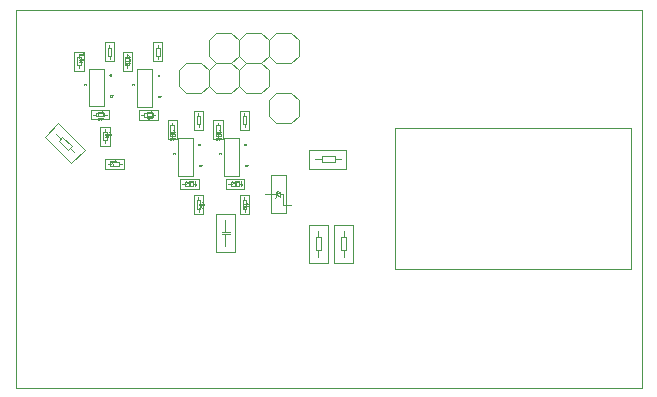
<source format=gbr>
%FSLAX34Y34*%
%MOMM*%
%LNCOPPER_BOTTOM*%
G71*
G01*
%ADD10C, 0.00*%
%ADD11C, 0.00*%
%ADD12C, 0.01*%
%ADD13C, 0.03*%
%ADD14C, 0.06*%
%LPD*%
G54D10*
X0Y0D02*
X530000Y0D01*
X530000Y-320000D01*
X0Y-320000D01*
X0Y0D01*
G54D11*
X321072Y-100012D02*
X521097Y-100012D01*
X521097Y-219869D01*
X321072Y-219869D01*
X321072Y-100012D01*
G54D11*
X239712Y-38944D02*
X233412Y-45244D01*
X220613Y-45244D01*
X214312Y-38944D01*
X214313Y-26144D01*
X220612Y-19844D01*
X233412Y-19844D01*
X239713Y-26144D01*
X239712Y-38944D01*
G54D11*
X214312Y-38944D02*
X208012Y-45244D01*
X195213Y-45244D01*
X188912Y-38944D01*
X188913Y-26144D01*
X195212Y-19844D01*
X208012Y-19844D01*
X214313Y-26144D01*
X214312Y-38944D01*
G54D11*
X188912Y-38944D02*
X182612Y-45244D01*
X169813Y-45244D01*
X163512Y-38944D01*
X163513Y-26144D01*
X169812Y-19844D01*
X182612Y-19844D01*
X188913Y-26144D01*
X188912Y-38944D01*
G54D11*
X214312Y-64344D02*
X208012Y-70644D01*
X195213Y-70644D01*
X188912Y-64344D01*
X188913Y-51544D01*
X195212Y-45244D01*
X208012Y-45244D01*
X214313Y-51544D01*
X214312Y-64344D01*
G54D11*
X188912Y-64344D02*
X182612Y-70644D01*
X169813Y-70644D01*
X163512Y-64344D01*
X163513Y-51544D01*
X169812Y-45244D01*
X182612Y-45244D01*
X188913Y-51544D01*
X188912Y-64344D01*
G54D11*
X163512Y-64344D02*
X157212Y-70644D01*
X144413Y-70644D01*
X138112Y-64344D01*
X138113Y-51544D01*
X144412Y-45244D01*
X157212Y-45244D01*
X163513Y-51544D01*
X163512Y-64344D01*
G54D11*
X239712Y-89744D02*
X233412Y-96044D01*
X220613Y-96044D01*
X214312Y-89744D01*
X214313Y-76944D01*
X220612Y-70644D01*
X233412Y-70644D01*
X239713Y-76944D01*
X239712Y-89744D01*
G54D11*
X228662Y-140444D02*
X215962Y-140444D01*
X215962Y-172244D01*
X228662Y-172244D01*
X228662Y-140444D01*
G54D11*
X211162Y-156344D02*
X220694Y-156369D01*
G54D11*
X220694Y-158369D02*
X220694Y-154369D01*
G54D11*
X220694Y-154369D02*
X221694Y-153369D01*
G54D11*
X220694Y-158369D02*
X219694Y-159369D01*
G54D11*
X220694Y-156369D02*
X223694Y-158369D01*
X223694Y-154369D01*
X220694Y-156369D01*
G54D11*
X233362Y-165844D02*
X226694Y-165869D01*
X226694Y-156369D01*
X223694Y-156369D01*
G54D12*
X150081Y-108694D02*
X137381Y-108694D01*
X137381Y-140494D01*
X150081Y-140494D01*
X150081Y-108694D01*
G54D13*
X154948Y-114706D02*
X154781Y-114386D01*
X154781Y-113986D01*
X154948Y-113586D01*
X155281Y-113506D01*
X155848Y-113506D01*
X156181Y-113706D01*
X156281Y-114106D01*
X156181Y-114506D01*
X155948Y-114706D01*
X155615Y-114706D01*
X155615Y-113506D01*
G54D13*
X134750Y-122444D02*
X134850Y-122044D01*
X134750Y-121644D01*
X134417Y-121444D01*
X133750Y-121444D01*
X133417Y-121644D01*
X133350Y-122044D01*
X133417Y-122444D01*
G54D13*
X155178Y-131366D02*
X157845Y-131366D01*
G54D13*
X156245Y-131366D02*
X156578Y-131566D01*
X156678Y-131966D01*
X156578Y-132366D01*
X156245Y-132566D01*
X155578Y-132566D01*
X155245Y-132366D01*
X155178Y-131966D01*
X155245Y-131566D01*
X155578Y-131366D01*
G54D14*
X133482Y-101836D02*
X135149Y-103502D01*
X130705Y-103502D01*
G54D14*
X134316Y-107391D02*
X131538Y-107391D01*
X130982Y-107058D01*
X130705Y-106391D01*
X130705Y-105724D01*
X130982Y-105058D01*
X131538Y-104725D01*
X134316Y-104725D01*
X134871Y-105058D01*
X135149Y-105724D01*
X135149Y-106391D01*
X134871Y-107058D01*
X134316Y-107391D01*
G54D14*
X130705Y-108614D02*
X135149Y-108614D01*
G54D14*
X132371Y-109614D02*
X130705Y-110614D01*
G54D14*
X131816Y-108614D02*
X133205Y-110614D01*
G54D12*
X136580Y-93631D02*
X136581Y-109643D01*
X128568Y-109643D01*
X128568Y-93631D01*
X136580Y-93631D01*
G54D12*
X132580Y-95631D02*
X132580Y-98031D01*
X134180Y-98031D01*
X134180Y-105131D01*
X130980Y-105131D01*
X130980Y-98031D01*
X132580Y-98031D01*
G54D12*
X132680Y-105131D02*
X132680Y-107531D01*
G54D12*
X154838Y-151638D02*
X138826Y-151639D01*
X138826Y-143626D01*
X154838Y-143626D01*
X154838Y-151638D01*
G54D12*
X152837Y-147638D02*
X150437Y-147638D01*
X150437Y-149238D01*
X143337Y-149238D01*
X143337Y-146038D01*
X150437Y-146038D01*
X150437Y-147638D01*
G54D12*
X143338Y-147738D02*
X140937Y-147738D01*
G54D14*
X153192Y-147957D02*
X151525Y-149624D01*
X151525Y-145180D01*
G54D14*
X147636Y-148791D02*
X147636Y-146013D01*
X147969Y-145457D01*
X148636Y-145180D01*
X149303Y-145180D01*
X149969Y-145457D01*
X150303Y-146013D01*
X150303Y-148791D01*
X149969Y-149346D01*
X149303Y-149624D01*
X148636Y-149624D01*
X147969Y-149346D01*
X147636Y-148791D01*
G54D14*
X146414Y-145180D02*
X146414Y-149624D01*
G54D14*
X145414Y-146846D02*
X144414Y-145180D01*
G54D14*
X146414Y-146291D02*
X144414Y-147680D01*
G54D12*
X158768Y-157094D02*
X158769Y-173106D01*
X150756Y-173106D01*
X150756Y-157094D01*
X158768Y-157094D01*
G54D12*
X154768Y-159094D02*
X154768Y-161494D01*
X156368Y-161494D01*
X156368Y-168594D01*
X153168Y-168594D01*
X153168Y-161494D01*
X154768Y-161494D01*
G54D12*
X154868Y-168594D02*
X154868Y-170994D01*
G54D12*
X74675Y-49956D02*
X61975Y-49956D01*
X61975Y-81756D01*
X74675Y-81756D01*
X74675Y-49956D01*
G54D13*
X79542Y-55969D02*
X79375Y-55649D01*
X79375Y-55249D01*
X79542Y-54849D01*
X79875Y-54769D01*
X80442Y-54769D01*
X80775Y-54969D01*
X80875Y-55369D01*
X80775Y-55769D01*
X80542Y-55969D01*
X80208Y-55969D01*
X80208Y-54769D01*
G54D13*
X59344Y-63706D02*
X59444Y-63306D01*
X59344Y-62906D01*
X59010Y-62706D01*
X58344Y-62706D01*
X58010Y-62906D01*
X57944Y-63306D01*
X58010Y-63706D01*
G54D13*
X79772Y-72628D02*
X82439Y-72628D01*
G54D13*
X80839Y-72628D02*
X81172Y-72828D01*
X81272Y-73228D01*
X81172Y-73628D01*
X80839Y-73828D01*
X80172Y-73828D01*
X79839Y-73628D01*
X79772Y-73228D01*
X79839Y-72828D01*
X80172Y-72628D01*
G54D14*
X158064Y-162929D02*
X159730Y-164596D01*
X155286Y-164596D01*
G54D14*
X155286Y-165818D02*
X159730Y-165818D01*
G54D14*
X156953Y-166818D02*
X155286Y-167818D01*
G54D14*
X156397Y-165818D02*
X157786Y-167818D01*
G54D12*
X79431Y-92901D02*
X63420Y-92901D01*
X63419Y-84889D01*
X79432Y-84889D01*
X79431Y-92901D01*
G54D12*
X77431Y-88901D02*
X75031Y-88901D01*
X75031Y-90501D01*
X67931Y-90501D01*
X67931Y-87301D01*
X75031Y-87301D01*
X75031Y-88901D01*
G54D12*
X67931Y-89001D02*
X65531Y-89001D01*
G54D12*
X115553Y-50353D02*
X102853Y-50353D01*
X102853Y-82153D01*
X115553Y-82153D01*
X115553Y-50353D01*
G54D13*
X120420Y-56366D02*
X120253Y-56046D01*
X120253Y-55646D01*
X120420Y-55246D01*
X120753Y-55166D01*
X121320Y-55166D01*
X121653Y-55366D01*
X121753Y-55766D01*
X121653Y-56166D01*
X121420Y-56366D01*
X121086Y-56366D01*
X121086Y-55166D01*
G54D13*
X100222Y-64103D02*
X100322Y-63703D01*
X100222Y-63303D01*
X99889Y-63103D01*
X99222Y-63103D01*
X98889Y-63303D01*
X98822Y-63703D01*
X98889Y-64103D01*
G54D13*
X120650Y-73025D02*
X123317Y-73025D01*
G54D13*
X121717Y-73025D02*
X122050Y-73225D01*
X122150Y-73625D01*
X122050Y-74025D01*
X121717Y-74225D01*
X121050Y-74225D01*
X120717Y-74025D01*
X120650Y-73625D01*
X120717Y-73225D01*
X121050Y-73025D01*
G54D12*
X120309Y-93298D02*
X104298Y-93298D01*
X104297Y-85286D01*
X120310Y-85286D01*
X120309Y-93298D01*
G54D12*
X118309Y-89298D02*
X115909Y-89298D01*
X115909Y-90898D01*
X108809Y-90898D01*
X108809Y-87698D01*
X115909Y-87698D01*
X115909Y-89298D01*
G54D12*
X108809Y-89398D02*
X106409Y-89398D01*
G54D12*
X158774Y-85516D02*
X158774Y-101528D01*
X150762Y-101528D01*
X150762Y-85516D01*
X158774Y-85516D01*
G54D12*
X154774Y-87516D02*
X154774Y-89916D01*
X156374Y-89916D01*
X156374Y-97016D01*
X153174Y-97016D01*
X153174Y-89916D01*
X154774Y-89916D01*
G54D12*
X154874Y-97016D02*
X154874Y-99416D01*
G54D12*
X35834Y-96341D02*
X58461Y-118969D01*
X47147Y-130283D01*
X24520Y-107655D01*
X35834Y-96341D01*
G54D12*
X39652Y-107938D02*
X47430Y-115716D01*
X44178Y-118969D01*
X36399Y-111191D01*
X39652Y-107938D01*
G54D12*
X33854Y-105392D02*
X38026Y-109564D01*
G54D12*
X45804Y-117342D02*
X49410Y-120949D01*
G54D12*
X98480Y-35687D02*
X98481Y-51699D01*
X90468Y-51699D01*
X90468Y-35687D01*
X98480Y-35687D01*
G54D12*
X94480Y-37687D02*
X94480Y-40087D01*
X96080Y-40087D01*
X96080Y-47187D01*
X92880Y-47187D01*
X92880Y-40087D01*
X94480Y-40087D01*
G54D12*
X94580Y-47187D02*
X94580Y-49587D01*
G54D12*
X57602Y-35687D02*
X57602Y-51699D01*
X49590Y-51699D01*
X49590Y-35687D01*
X57602Y-35687D01*
G54D12*
X53602Y-37687D02*
X53602Y-40087D01*
X55202Y-40087D01*
X55202Y-47187D01*
X52002Y-47187D01*
X52002Y-40087D01*
X53602Y-40087D01*
G54D12*
X53702Y-47187D02*
X53702Y-49587D01*
G54D12*
X124277Y-27750D02*
X124277Y-43762D01*
X116265Y-43762D01*
X116265Y-27750D01*
X124277Y-27750D01*
G54D12*
X120277Y-29750D02*
X120277Y-32150D01*
X121877Y-32150D01*
X121877Y-39250D01*
X118677Y-39250D01*
X118677Y-32150D01*
X120277Y-32150D01*
G54D12*
X120377Y-39250D02*
X120377Y-41650D01*
G54D12*
X83399Y-27750D02*
X83399Y-43762D01*
X75387Y-43762D01*
X75387Y-27750D01*
X83399Y-27750D01*
G54D12*
X79399Y-29750D02*
X79399Y-32150D01*
X80999Y-32150D01*
X80999Y-39250D01*
X77799Y-39250D01*
X77799Y-32150D01*
X79399Y-32150D01*
G54D12*
X79499Y-39250D02*
X79499Y-41650D01*
G54D12*
X79827Y-99187D02*
X79827Y-115199D01*
X71815Y-115199D01*
X71815Y-99187D01*
X79827Y-99187D01*
G54D12*
X75827Y-101187D02*
X75827Y-103587D01*
X77427Y-103587D01*
X77427Y-110687D01*
X74227Y-110687D01*
X74227Y-103587D01*
X75827Y-103587D01*
G54D12*
X75927Y-110687D02*
X75927Y-113087D01*
G54D12*
X91759Y-134571D02*
X75747Y-134571D01*
X75747Y-126559D01*
X91759Y-126559D01*
X91759Y-134571D01*
G54D12*
X89758Y-130571D02*
X87358Y-130571D01*
X87358Y-132171D01*
X80258Y-132171D01*
X80258Y-128971D01*
X87358Y-128971D01*
X87358Y-130571D01*
G54D12*
X80259Y-130671D02*
X77858Y-130671D01*
G54D14*
X83054Y-126417D02*
X84721Y-128084D01*
X80276Y-128084D01*
G54D14*
X80276Y-129306D02*
X84721Y-129306D01*
G54D14*
X81943Y-130306D02*
X80277Y-131306D01*
G54D14*
X81388Y-129306D02*
X82776Y-131306D01*
G54D14*
X78689Y-103398D02*
X80355Y-105065D01*
X75911Y-105065D01*
G54D14*
X75911Y-106287D02*
X80355Y-106287D01*
G54D14*
X77578Y-107287D02*
X75911Y-108287D01*
G54D14*
X77022Y-106287D02*
X78411Y-108287D01*
G54D14*
X113639Y-84770D02*
X115305Y-86437D01*
X110861Y-86437D01*
G54D14*
X114472Y-90326D02*
X111694Y-90326D01*
X111139Y-89992D01*
X110861Y-89326D01*
X110861Y-88659D01*
X111139Y-87992D01*
X111694Y-87659D01*
X114472Y-87659D01*
X115027Y-87992D01*
X115305Y-88659D01*
X115305Y-89326D01*
X115027Y-89992D01*
X114472Y-90326D01*
G54D14*
X110861Y-91548D02*
X115305Y-91548D01*
G54D14*
X112527Y-92548D02*
X110861Y-93548D01*
G54D14*
X111972Y-91548D02*
X113361Y-93548D01*
G54D14*
X72364Y-84770D02*
X74030Y-86437D01*
X69586Y-86437D01*
G54D14*
X73197Y-90326D02*
X70419Y-90326D01*
X69864Y-89992D01*
X69586Y-89326D01*
X69586Y-88659D01*
X69864Y-87992D01*
X70419Y-87659D01*
X73197Y-87659D01*
X73752Y-87992D01*
X74030Y-88659D01*
X74030Y-89326D01*
X73752Y-89992D01*
X73197Y-90326D01*
G54D14*
X69586Y-91548D02*
X74030Y-91548D01*
G54D14*
X71252Y-92548D02*
X69586Y-93548D01*
G54D14*
X70697Y-91548D02*
X72086Y-93548D01*
G54D14*
X56514Y-35979D02*
X58180Y-37646D01*
X53736Y-37646D01*
G54D14*
X57347Y-41535D02*
X54569Y-41535D01*
X54014Y-41202D01*
X53736Y-40535D01*
X53736Y-39868D01*
X54014Y-39202D01*
X54569Y-38868D01*
X57347Y-38868D01*
X57902Y-39202D01*
X58180Y-39868D01*
X58180Y-40535D01*
X57902Y-41202D01*
X57347Y-41535D01*
G54D14*
X53736Y-42757D02*
X58180Y-42757D01*
G54D14*
X55402Y-43757D02*
X53736Y-44757D01*
G54D14*
X54847Y-42757D02*
X56236Y-44757D01*
G54D14*
X95382Y-38336D02*
X97049Y-40002D01*
X92605Y-40002D01*
G54D14*
X96216Y-43891D02*
X93438Y-43891D01*
X92882Y-43558D01*
X92605Y-42891D01*
X92605Y-42224D01*
X92882Y-41558D01*
X93438Y-41225D01*
X96216Y-41225D01*
X96771Y-41558D01*
X97049Y-42224D01*
X97049Y-42891D01*
X96771Y-43558D01*
X96216Y-43891D01*
G54D14*
X92605Y-45114D02*
X97049Y-45114D01*
G54D14*
X94271Y-46114D02*
X92605Y-47114D01*
G54D14*
X93716Y-45114D02*
X95105Y-47114D01*
G54D12*
X188975Y-108694D02*
X176275Y-108694D01*
X176275Y-140494D01*
X188975Y-140494D01*
X188975Y-108694D01*
G54D13*
X193842Y-114706D02*
X193675Y-114386D01*
X193675Y-113986D01*
X193842Y-113586D01*
X194175Y-113506D01*
X194742Y-113506D01*
X195075Y-113706D01*
X195175Y-114106D01*
X195075Y-114506D01*
X194842Y-114706D01*
X194508Y-114706D01*
X194508Y-113506D01*
G54D13*
X173644Y-122444D02*
X173744Y-122044D01*
X173644Y-121644D01*
X173310Y-121444D01*
X172644Y-121444D01*
X172310Y-121644D01*
X172244Y-122044D01*
X172310Y-122444D01*
G54D13*
X194072Y-131366D02*
X196739Y-131366D01*
G54D13*
X195139Y-131366D02*
X195472Y-131566D01*
X195572Y-131966D01*
X195472Y-132366D01*
X195139Y-132566D01*
X194472Y-132566D01*
X194139Y-132366D01*
X194072Y-131966D01*
X194139Y-131566D01*
X194472Y-131366D01*
G54D14*
X172376Y-101836D02*
X174043Y-103502D01*
X169598Y-103502D01*
G54D14*
X173209Y-107391D02*
X170432Y-107391D01*
X169876Y-107058D01*
X169598Y-106391D01*
X169598Y-105724D01*
X169876Y-105058D01*
X170432Y-104725D01*
X173209Y-104725D01*
X173765Y-105058D01*
X174043Y-105724D01*
X174043Y-106391D01*
X173765Y-107058D01*
X173209Y-107391D01*
G54D14*
X169598Y-108614D02*
X174043Y-108614D01*
G54D14*
X171265Y-109614D02*
X169598Y-110614D01*
G54D14*
X170709Y-108614D02*
X172098Y-110614D01*
G54D12*
X175474Y-93631D02*
X175474Y-109643D01*
X167462Y-109643D01*
X167462Y-93631D01*
X175474Y-93631D01*
G54D12*
X171474Y-95631D02*
X171474Y-98031D01*
X173074Y-98031D01*
X173074Y-105131D01*
X169874Y-105131D01*
X169874Y-98031D01*
X171474Y-98031D01*
G54D12*
X171574Y-105131D02*
X171574Y-107531D01*
G54D12*
X193731Y-151638D02*
X177720Y-151639D01*
X177719Y-143626D01*
X193732Y-143626D01*
X193731Y-151638D01*
G54D12*
X191731Y-147638D02*
X189331Y-147638D01*
X189331Y-149238D01*
X182231Y-149238D01*
X182231Y-146038D01*
X189331Y-146038D01*
X189331Y-147638D01*
G54D12*
X182231Y-147738D02*
X179831Y-147738D01*
G54D14*
X192085Y-147957D02*
X190419Y-149624D01*
X190419Y-145180D01*
G54D14*
X186530Y-148791D02*
X186530Y-146013D01*
X186863Y-145457D01*
X187530Y-145180D01*
X188196Y-145180D01*
X188863Y-145457D01*
X189196Y-146013D01*
X189196Y-148791D01*
X188863Y-149346D01*
X188196Y-149624D01*
X187530Y-149624D01*
X186863Y-149346D01*
X186530Y-148791D01*
G54D14*
X185307Y-145180D02*
X185307Y-149624D01*
G54D14*
X184307Y-146846D02*
X183307Y-145180D01*
G54D14*
X185307Y-146291D02*
X183307Y-147680D01*
G54D12*
X197662Y-157094D02*
X197662Y-173106D01*
X189650Y-173106D01*
X189650Y-157094D01*
X197662Y-157094D01*
G54D12*
X193662Y-159094D02*
X193662Y-161494D01*
X195262Y-161494D01*
X195262Y-168594D01*
X192062Y-168594D01*
X192062Y-161494D01*
X193662Y-161494D01*
G54D12*
X193762Y-168594D02*
X193762Y-170994D01*
G54D12*
X197668Y-85516D02*
X197668Y-101528D01*
X189655Y-101528D01*
X189656Y-85516D01*
X197668Y-85516D01*
G54D12*
X193668Y-87516D02*
X193668Y-89916D01*
X195268Y-89916D01*
X195268Y-97016D01*
X192068Y-97016D01*
X192068Y-89916D01*
X193668Y-89916D01*
G54D12*
X193768Y-97016D02*
X193768Y-99416D01*
G54D14*
X195370Y-163326D02*
X197037Y-164993D01*
X192592Y-164993D01*
G54D14*
X192592Y-166215D02*
X197037Y-166215D01*
G54D14*
X194259Y-167215D02*
X192592Y-168215D01*
G54D14*
X193703Y-166215D02*
X195092Y-168215D01*
G54D12*
X185403Y-173138D02*
X185403Y-205138D01*
X169403Y-205138D01*
X169403Y-173138D01*
X185403Y-173138D01*
G54D12*
X177603Y-178138D02*
X177603Y-188038D01*
G54D12*
X177603Y-189938D02*
X177603Y-200138D01*
G54D12*
X181203Y-188038D02*
X174703Y-188038D01*
G54D12*
X181303Y-189838D02*
X174603Y-189838D01*
G54D12*
X248058Y-118594D02*
X280058Y-118594D01*
X280058Y-134594D01*
X248058Y-134594D01*
X248058Y-118594D01*
G54D12*
X258958Y-124094D02*
X269958Y-124094D01*
X269958Y-128694D01*
X258958Y-128694D01*
X258958Y-124094D01*
G54D12*
X253058Y-126394D02*
X258958Y-126394D01*
G54D12*
X269958Y-126394D02*
X275058Y-126394D01*
G54D12*
X248372Y-214698D02*
X248372Y-182698D01*
X264372Y-182698D01*
X264372Y-214698D01*
X248372Y-214698D01*
G54D12*
X253872Y-203798D02*
X253872Y-192798D01*
X258472Y-192798D01*
X258472Y-203798D01*
X253872Y-203798D01*
G54D12*
X256172Y-209698D02*
X256172Y-203798D01*
G54D12*
X256172Y-192798D02*
X256172Y-187698D01*
G54D12*
X269803Y-214698D02*
X269803Y-182698D01*
X285803Y-182698D01*
X285803Y-214698D01*
X269803Y-214698D01*
G54D12*
X275303Y-203798D02*
X275303Y-192798D01*
X279903Y-192798D01*
X279903Y-203798D01*
X275303Y-203798D01*
G54D12*
X277603Y-209698D02*
X277603Y-203798D01*
G54D12*
X277603Y-192798D02*
X277603Y-187698D01*
M02*

</source>
